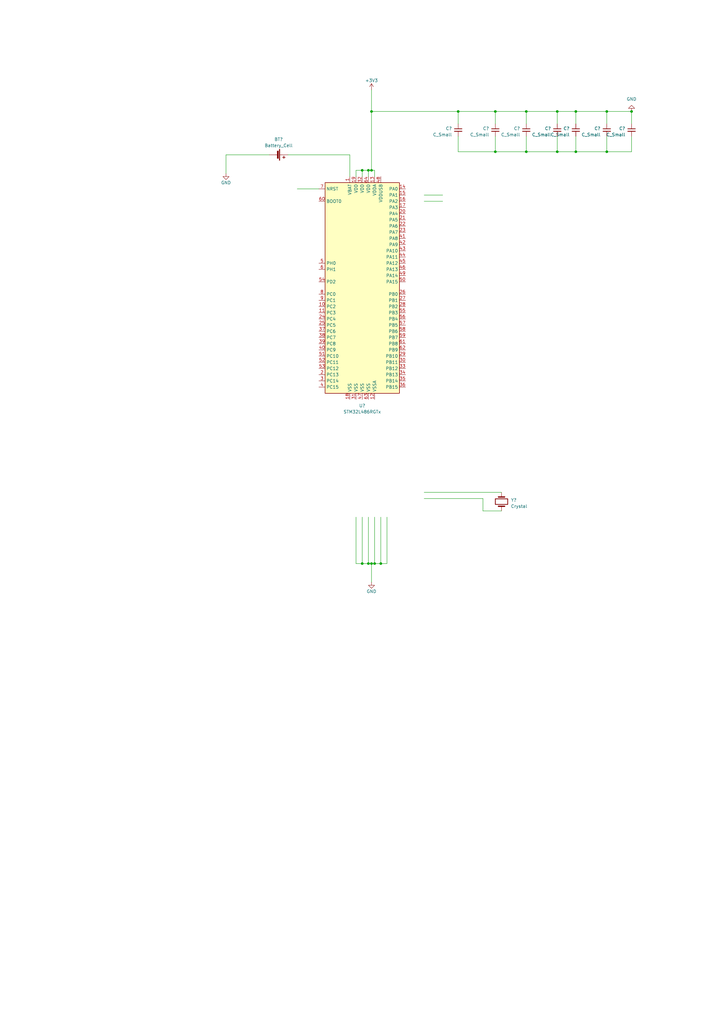
<source format=kicad_sch>
(kicad_sch (version 20210126) (generator eeschema)
  (paper "A3" portrait)
  (title_block (title "Asset tracker") (date "2021-04-22") (rev "V0") (company "eurocircutis"))
  (lib_symbols
    (symbol "Device:Battery_Cell" (pin_numbers hide) (pin_names (offset 0) hide)
      (property "Reference" "BT" (at 2.54 2.54 0))
      (property "Value" "Battery_Cell" (at 2.54 0 0))
      (symbol "Battery_Cell_0_1"
        (rectangle (start -2.286 1.778) (end 2.286 1.524) (fill (type outline)))
        (rectangle (start -1.5748 1.1938) (end 1.4732 0.6858) (fill (type outline)))
        (polyline (pts (xy 0 0.762) (xy 0 0)))
        (polyline (pts (xy 0 1.778) (xy 0 2.54)))
        (polyline (pts (xy 0.508 3.429) (xy 1.524 3.429)) (stroke (width 0.254)))
        (polyline (pts (xy 1.016 3.937) (xy 1.016 2.921)) (stroke (width 0.254)))
      )
      (symbol "Battery_Cell_1_1"
        (pin passive line (at 0 5.08 270) (length 2.54) (name "+") (number "1"))
        (pin passive line (at 0 -2.54 90) (length 2.54) (name "-") (number "2"))
      )
    )
    (symbol "Device:C_Small" (pin_numbers hide) (pin_names (offset 0.254) hide)
      (property "Reference" "C" (at 0.254 1.778 0))
      (property "Value" "C_Small" (at 0.254 -2.032 0))
      (symbol "C_Small_0_1"
        (polyline (pts (xy -1.524 -0.508) (xy 1.524 -0.508)) (stroke (width 0.3302)))
        (polyline (pts (xy -1.524 0.508) (xy 1.524 0.508)) (stroke (width 0.3048)))
      )
      (symbol "C_Small_1_1"
        (pin passive line (at 0 2.54 270) (length 2.032) (name "~") (number "1"))
        (pin passive line (at 0 -2.54 90) (length 2.032) (name "~") (number "2"))
      )
    )
    (symbol "Device:Crystal" (pin_numbers hide) (pin_names (offset 1.016) hide)
      (property "Reference" "Y" (at 0 3.81 0))
      (property "Value" "Crystal" (at 0 -3.81 0))
      (symbol "Crystal_0_1"
        (rectangle (start -1.143 2.54) (end 1.143 -2.54) (stroke (width 0.3048)))
        (polyline (pts (xy -2.54 0) (xy -1.905 0)))
        (polyline (pts (xy -1.905 -1.27) (xy -1.905 1.27)) (stroke (width 0.508)))
        (polyline (pts (xy 1.905 -1.27) (xy 1.905 1.27)) (stroke (width 0.508)))
        (polyline (pts (xy 2.54 0) (xy 1.905 0)))
      )
      (symbol "Crystal_1_1"
        (pin passive line (at -3.81 0 0) (length 1.27) (name "1") (number "1"))
        (pin passive line (at 3.81 0 180) (length 1.27) (name "2") (number "2"))
      )
    )
    (symbol "MCU_ST_STM32L4:STM32L486RGTx"
      (property "Reference" "U" (at -15.24 44.45 0))
      (property "Value" "STM32L486RGTx" (at 10.16 44.45 0))
      (symbol "STM32L486RGTx_0_1"
        (rectangle (start -15.24 -43.18) (end 15.24 43.18) (stroke (width 0.254)) (fill (type background)))
      )
      (symbol "STM32L486RGTx_1_1"
        (pin power_in line (at -5.08 45.72 270) (length 2.54) (name "VBAT") (number "1"))
        (pin bidirectional line (at -17.78 -7.62 0) (length 2.54) (name "PC2") (number "10"))
        (pin bidirectional line (at -17.78 -10.16 0) (length 2.54) (name "PC3") (number "11"))
        (pin power_in line (at 5.08 -45.72 90) (length 2.54) (name "VSSA") (number "12"))
        (pin power_in line (at 5.08 45.72 270) (length 2.54) (name "VDDA") (number "13"))
        (pin bidirectional line (at 17.78 40.64 180) (length 2.54) (name "PA0") (number "14"))
        (pin bidirectional line (at 17.78 38.1 180) (length 2.54) (name "PA1") (number "15"))
        (pin bidirectional line (at 17.78 35.56 180) (length 2.54) (name "PA2") (number "16"))
        (pin bidirectional line (at 17.78 33.02 180) (length 2.54) (name "PA3") (number "17"))
        (pin power_in line (at -5.08 -45.72 90) (length 2.54) (name "VSS") (number "18"))
        (pin power_in line (at -2.54 45.72 270) (length 2.54) (name "VDD") (number "19"))
        (pin bidirectional line (at -17.78 -35.56 0) (length 2.54) (name "PC13") (number "2"))
        (pin bidirectional line (at 17.78 30.48 180) (length 2.54) (name "PA4") (number "20"))
        (pin bidirectional line (at 17.78 27.94 180) (length 2.54) (name "PA5") (number "21"))
        (pin bidirectional line (at 17.78 25.4 180) (length 2.54) (name "PA6") (number "22"))
        (pin bidirectional line (at 17.78 22.86 180) (length 2.54) (name "PA7") (number "23"))
        (pin bidirectional line (at -17.78 -12.7 0) (length 2.54) (name "PC4") (number "24"))
        (pin bidirectional line (at -17.78 -15.24 0) (length 2.54) (name "PC5") (number "25"))
        (pin bidirectional line (at 17.78 -2.54 180) (length 2.54) (name "PB0") (number "26"))
        (pin bidirectional line (at 17.78 -5.08 180) (length 2.54) (name "PB1") (number "27"))
        (pin bidirectional line (at 17.78 -7.62 180) (length 2.54) (name "PB2") (number "28"))
        (pin bidirectional line (at 17.78 -27.94 180) (length 2.54) (name "PB10") (number "29"))
        (pin bidirectional line (at -17.78 -38.1 0) (length 2.54) (name "PC14") (number "3"))
        (pin bidirectional line (at 17.78 -30.48 180) (length 2.54) (name "PB11") (number "30"))
        (pin power_in line (at -2.54 -45.72 90) (length 2.54) (name "VSS") (number "31"))
        (pin power_in line (at 0 45.72 270) (length 2.54) (name "VDD") (number "32"))
        (pin bidirectional line (at 17.78 -33.02 180) (length 2.54) (name "PB12") (number "33"))
        (pin bidirectional line (at 17.78 -35.56 180) (length 2.54) (name "PB13") (number "34"))
        (pin bidirectional line (at 17.78 -38.1 180) (length 2.54) (name "PB14") (number "35"))
        (pin bidirectional line (at 17.78 -40.64 180) (length 2.54) (name "PB15") (number "36"))
        (pin bidirectional line (at -17.78 -17.78 0) (length 2.54) (name "PC6") (number "37"))
        (pin bidirectional line (at -17.78 -20.32 0) (length 2.54) (name "PC7") (number "38"))
        (pin bidirectional line (at -17.78 -22.86 0) (length 2.54) (name "PC8") (number "39"))
        (pin bidirectional line (at -17.78 -40.64 0) (length 2.54) (name "PC15") (number "4"))
        (pin bidirectional line (at -17.78 -25.4 0) (length 2.54) (name "PC9") (number "40"))
        (pin bidirectional line (at 17.78 20.32 180) (length 2.54) (name "PA8") (number "41"))
        (pin bidirectional line (at 17.78 17.78 180) (length 2.54) (name "PA9") (number "42"))
        (pin bidirectional line (at 17.78 15.24 180) (length 2.54) (name "PA10") (number "43"))
        (pin bidirectional line (at 17.78 12.7 180) (length 2.54) (name "PA11") (number "44"))
        (pin bidirectional line (at 17.78 10.16 180) (length 2.54) (name "PA12") (number "45"))
        (pin bidirectional line (at 17.78 7.62 180) (length 2.54) (name "PA13") (number "46"))
        (pin power_in line (at 0 -45.72 90) (length 2.54) (name "VSS") (number "47"))
        (pin power_in line (at 7.62 45.72 270) (length 2.54) (name "VDDUSB") (number "48"))
        (pin bidirectional line (at 17.78 5.08 180) (length 2.54) (name "PA14") (number "49"))
        (pin input line (at -17.78 10.16 0) (length 2.54) (name "PH0") (number "5"))
        (pin bidirectional line (at 17.78 2.54 180) (length 2.54) (name "PA15") (number "50"))
        (pin bidirectional line (at -17.78 -27.94 0) (length 2.54) (name "PC10") (number "51"))
        (pin bidirectional line (at -17.78 -30.48 0) (length 2.54) (name "PC11") (number "52"))
        (pin bidirectional line (at -17.78 -33.02 0) (length 2.54) (name "PC12") (number "53"))
        (pin bidirectional line (at -17.78 2.54 0) (length 2.54) (name "PD2") (number "54"))
        (pin bidirectional line (at 17.78 -10.16 180) (length 2.54) (name "PB3") (number "55"))
        (pin bidirectional line (at 17.78 -12.7 180) (length 2.54) (name "PB4") (number "56"))
        (pin bidirectional line (at 17.78 -15.24 180) (length 2.54) (name "PB5") (number "57"))
        (pin bidirectional line (at 17.78 -17.78 180) (length 2.54) (name "PB6") (number "58"))
        (pin bidirectional line (at 17.78 -20.32 180) (length 2.54) (name "PB7") (number "59"))
        (pin input line (at -17.78 7.62 0) (length 2.54) (name "PH1") (number "6"))
        (pin input line (at -17.78 35.56 0) (length 2.54) (name "BOOT0") (number "60"))
        (pin bidirectional line (at 17.78 -22.86 180) (length 2.54) (name "PB8") (number "61"))
        (pin bidirectional line (at 17.78 -25.4 180) (length 2.54) (name "PB9") (number "62"))
        (pin power_in line (at 2.54 -45.72 90) (length 2.54) (name "VSS") (number "63"))
        (pin power_in line (at 2.54 45.72 270) (length 2.54) (name "VDD") (number "64"))
        (pin input line (at -17.78 40.64 0) (length 2.54) (name "NRST") (number "7"))
        (pin bidirectional line (at -17.78 -2.54 0) (length 2.54) (name "PC0") (number "8"))
        (pin bidirectional line (at -17.78 -5.08 0) (length 2.54) (name "PC1") (number "9"))
      )
    )
    (symbol "power:+3V3" (power) (pin_names (offset 0))
      (property "Value" "+3V3" (at 0 3.556 0))
      (symbol "+3V3_0_1"
        (polyline (pts (xy -0.762 1.27) (xy 0 2.54)))
        (polyline (pts (xy 0 0) (xy 0 2.54)))
        (polyline (pts (xy 0 2.54) (xy 0.762 1.27)))
      )
      (symbol "+3V3_1_1"
        (pin power_in line (at 0 0 90) (length 0) hide (name "+3V3") (number "1"))
      )
    )
    (symbol "power:GND" (power) (pin_names (offset 0))
      (property "Value" "GND" (at 0 -3.81 0))
      (symbol "GND_0_1"
        (polyline (pts (xy 0 0) (xy 0 -1.27) (xy 1.27 -1.27) (xy 0 -2.54) (xy -1.27 -1.27) (xy 0 -1.27)))
      )
      (symbol "GND_1_1"
        (pin power_in line (at 0 0 270) (length 0) hide (name "GND") (number "1"))
      )
    )
  )
  (junction (at 148.59 69.85) (diameter 0.9144))
  (junction (at 148.59 231.14) (diameter 0.9144))
  (junction (at 151.13 69.85) (diameter 0.9144))
  (junction (at 151.13 231.14) (diameter 0.9144))
  (junction (at 152.4 45.72) (diameter 0.9144))
  (junction (at 152.4 69.85) (diameter 0.9144))
  (junction (at 152.4 231.14) (diameter 0.9144))
  (junction (at 153.67 231.14) (diameter 0.9144))
  (junction (at 156.21 231.14) (diameter 0.9144))
  (junction (at 187.96 45.72) (diameter 0.9144))
  (junction (at 203.2 45.72) (diameter 0.9144))
  (junction (at 203.2 62.23) (diameter 0.9144))
  (junction (at 215.9 45.72) (diameter 0.9144))
  (junction (at 215.9 62.23) (diameter 0.9144))
  (junction (at 228.6 45.72) (diameter 0.9144))
  (junction (at 228.6 62.23) (diameter 0.9144))
  (junction (at 236.22 45.72) (diameter 0.9144))
  (junction (at 236.22 62.23) (diameter 0.9144))
  (junction (at 248.92 45.72) (diameter 0.9144))
  (junction (at 248.92 62.23) (diameter 0.9144))
  (junction (at 259.08 45.72) (diameter 0.9144))
  (wire (pts (xy 92.71 63.5) (xy 92.71 71.12)))
  (wire (pts (xy 92.71 63.5) (xy 110.49 63.5)))
  (wire (pts (xy 118.11 63.5) (xy 143.51 63.5)))
  (wire (pts (xy 121.92 77.47) (xy 130.81 77.47)))
  (wire (pts (xy 143.51 63.5) (xy 143.51 72.39)))
  (wire (pts (xy 146.05 69.85) (xy 146.05 72.39)))
  (wire (pts (xy 146.05 212.09) (xy 146.05 231.14)))
  (wire (pts (xy 146.05 231.14) (xy 148.59 231.14)))
  (wire (pts (xy 148.59 69.85) (xy 146.05 69.85)))
  (wire (pts (xy 148.59 69.85) (xy 148.59 72.39)))
  (wire (pts (xy 148.59 212.09) (xy 148.59 231.14)))
  (wire (pts (xy 148.59 231.14) (xy 151.13 231.14)))
  (wire (pts (xy 151.13 69.85) (xy 148.59 69.85)))
  (wire (pts (xy 151.13 69.85) (xy 151.13 72.39)))
  (wire (pts (xy 151.13 69.85) (xy 152.4 69.85)))
  (wire (pts (xy 151.13 212.09) (xy 151.13 231.14)))
  (wire (pts (xy 151.13 231.14) (xy 152.4 231.14)))
  (wire (pts (xy 152.4 36.83) (xy 152.4 45.72)))
  (wire (pts (xy 152.4 45.72) (xy 152.4 69.85)))
  (wire (pts (xy 152.4 45.72) (xy 187.96 45.72)))
  (wire (pts (xy 152.4 69.85) (xy 153.67 69.85)))
  (wire (pts (xy 152.4 231.14) (xy 152.4 238.76)))
  (wire (pts (xy 152.4 231.14) (xy 153.67 231.14)))
  (wire (pts (xy 153.67 69.85) (xy 153.67 72.39)))
  (wire (pts (xy 153.67 212.09) (xy 153.67 231.14)))
  (wire (pts (xy 153.67 231.14) (xy 156.21 231.14)))
  (wire (pts (xy 156.21 212.09) (xy 156.21 231.14)))
  (wire (pts (xy 156.21 231.14) (xy 158.75 231.14)))
  (wire (pts (xy 158.75 212.09) (xy 158.75 231.14)))
  (wire (pts (xy 173.99 80.01) (xy 181.61 80.01)))
  (wire (pts (xy 173.99 82.55) (xy 181.61 82.55)))
  (wire (pts (xy 173.99 201.93) (xy 205.74 201.93)))
  (wire (pts (xy 187.96 45.72) (xy 187.96 50.8)))
  (wire (pts (xy 187.96 45.72) (xy 203.2 45.72)))
  (wire (pts (xy 187.96 62.23) (xy 187.96 55.88)))
  (wire (pts (xy 198.12 204.47) (xy 173.99 204.47)))
  (wire (pts (xy 198.12 209.55) (xy 198.12 204.47)))
  (wire (pts (xy 203.2 45.72) (xy 203.2 50.8)))
  (wire (pts (xy 203.2 45.72) (xy 215.9 45.72)))
  (wire (pts (xy 203.2 55.88) (xy 203.2 62.23)))
  (wire (pts (xy 203.2 62.23) (xy 187.96 62.23)))
  (wire (pts (xy 205.74 209.55) (xy 198.12 209.55)))
  (wire (pts (xy 215.9 45.72) (xy 215.9 50.8)))
  (wire (pts (xy 215.9 45.72) (xy 228.6 45.72)))
  (wire (pts (xy 215.9 55.88) (xy 215.9 62.23)))
  (wire (pts (xy 215.9 62.23) (xy 203.2 62.23)))
  (wire (pts (xy 228.6 45.72) (xy 228.6 50.8)))
  (wire (pts (xy 228.6 45.72) (xy 236.22 45.72)))
  (wire (pts (xy 228.6 55.88) (xy 228.6 62.23)))
  (wire (pts (xy 228.6 62.23) (xy 215.9 62.23)))
  (wire (pts (xy 236.22 45.72) (xy 236.22 50.8)))
  (wire (pts (xy 236.22 45.72) (xy 248.92 45.72)))
  (wire (pts (xy 236.22 55.88) (xy 236.22 62.23)))
  (wire (pts (xy 236.22 62.23) (xy 228.6 62.23)))
  (wire (pts (xy 248.92 45.72) (xy 248.92 50.8)))
  (wire (pts (xy 248.92 45.72) (xy 259.08 45.72)))
  (wire (pts (xy 248.92 55.88) (xy 248.92 62.23)))
  (wire (pts (xy 248.92 62.23) (xy 236.22 62.23)))
  (wire (pts (xy 259.08 45.72) (xy 259.08 50.8)))
  (wire (pts (xy 259.08 62.23) (xy 248.92 62.23)))
  (wire (pts (xy 259.08 62.23) (xy 259.08 55.88)))
  (symbol (lib_id "power:+3V3") (at 152.4 36.83 0) (unit 1)
    (property "Reference" "#PWR?" (effects hide))
    (property "Value" "+3V3" (at 152.4 33.02 0))
  )
  (symbol (lib_id "power:GND") (at 92.71 71.12 0) (unit 1)
    (property "Reference" "#PWR?" (effects hide))
    (property "Value" "GND" (at 92.71 74.93 0))
  )
  (symbol (lib_id "power:GND") (at 152.4 238.76 0) (unit 1)
    (property "Reference" "#PWR?" (effects hide))
    (property "Value" "GND" (at 152.4 242.57 0))
  )
  (symbol (lib_id "power:GND") (at 259.08 45.72 0) (mirror x) (unit 1)
    (property "Reference" "#PWR?" (effects hide))
    (property "Value" "GND" (at 259.08 40.64 0))
  )
  (symbol (lib_id "Device:C_Small") (at 187.96 53.34 0) (mirror y) (unit 1)
    (property "Reference" "C?" (at 185.42 52.7049 0) (effects (justify left)))
    (property "Value" "C_Small" (at 185.42 55.2449 0) (effects (justify left)))
  )
  (symbol (lib_id "Device:C_Small") (at 203.2 53.34 0) (mirror y) (unit 1)
    (property "Reference" "C?" (at 200.66 52.7049 0) (effects (justify left)))
    (property "Value" "C_Small" (at 200.66 55.2449 0) (effects (justify left)))
  )
  (symbol (lib_id "Device:C_Small") (at 215.9 53.34 0) (mirror y) (unit 1)
    (property "Reference" "C?" (at 213.36 52.7049 0) (effects (justify left)))
    (property "Value" "C_Small" (at 213.36 55.2449 0) (effects (justify left)))
  )
  (symbol (lib_id "Device:C_Small") (at 228.6 53.34 0) (mirror y) (unit 1)
    (property "Reference" "C?" (at 226.06 52.7049 0) (effects (justify left)))
    (property "Value" "C_Small" (at 226.06 55.2449 0) (effects (justify left)))
  )
  (symbol (lib_id "Device:C_Small") (at 236.22 53.34 0) (mirror y) (unit 1)
    (property "Reference" "C?" (at 233.68 52.7049 0) (effects (justify left)))
    (property "Value" "C_Small" (at 233.68 55.2449 0) (effects (justify left)))
  )
  (symbol (lib_id "Device:C_Small") (at 248.92 53.34 0) (mirror y) (unit 1)
    (property "Reference" "C?" (at 246.38 52.7049 0) (effects (justify left)))
    (property "Value" "C_Small" (at 246.38 55.2449 0) (effects (justify left)))
  )
  (symbol (lib_id "Device:C_Small") (at 259.08 53.34 0) (mirror y) (unit 1)
    (property "Reference" "C?" (at 256.54 52.7049 0) (effects (justify left)))
    (property "Value" "C_Small" (at 256.54 55.2449 0) (effects (justify left)))
  )
  (symbol (lib_id "Device:Battery_Cell") (at 113.03 63.5 270) (unit 1)
    (property "Reference" "BT?" (at 114.3 57.15 90))
    (property "Value" "Battery_Cell" (at 114.3 59.69 90))
  )
  (symbol (lib_id "Device:Crystal") (at 205.74 205.74 90) (unit 1)
    (property "Reference" "Y?" (at 209.55 205.1049 90) (effects (justify right)))
    (property "Value" "Crystal" (at 209.55 207.6449 90) (effects (justify right)))
  )
  (symbol (lib_id "MCU_ST_STM32L4:STM32L486RGTx") (at 148.59 118.11 0) (unit 1)
    (property "Reference" "U?" (at 148.59 166.37 0))
    (property "Value" "STM32L486RGTx" (at 148.59 168.91 0))
    (property "Footprint" "Package_QFP:LQFP-64_10x10mm_P0.5mm" (effects hide))
    (property "Datasheet" "http://www.st.com/st-web-ui/static/active/en/resource/technical/document/datasheet/DM00108833.pdf" (effects hide))
  )
)
</source>
